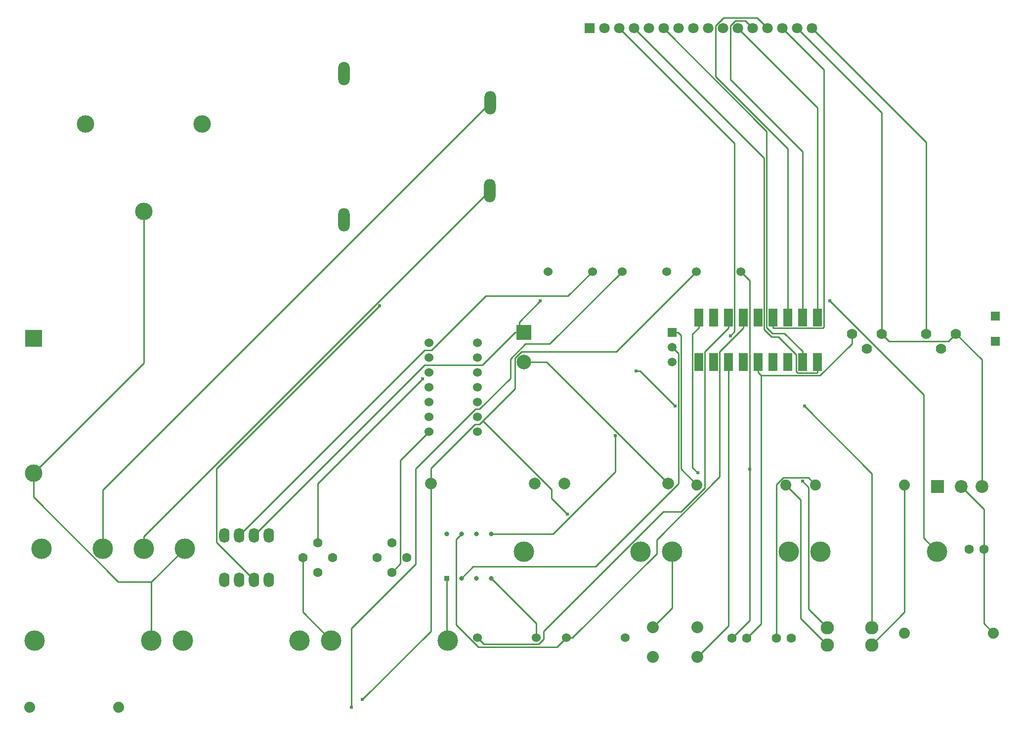
<source format=gbl>
G04 Layer: BottomLayer*
G04 EasyEDA v6.5.37, 2023-12-04 20:02:08*
G04 2e98f3c38e0144009ebeba7f84222000,10*
G04 Gerber Generator version 0.2*
G04 Scale: 100 percent, Rotated: No, Reflected: No *
G04 Dimensions in millimeters *
G04 leading zeros omitted , absolute positions ,4 integer and 5 decimal *
%FSLAX45Y45*%
%MOMM*%

%ADD10C,0.2540*%
%ADD11R,3.0000X3.0000*%
%ADD12C,3.0000*%
%ADD13C,1.5240*%
%ADD14C,1.6000*%
%ADD15C,2.2860*%
%ADD16C,3.5000*%
%ADD17C,2.0000*%
%ADD18C,1.8000*%
%ADD19R,1.8000X1.8000*%
%ADD20C,1.7780*%
%ADD21C,1.8796*%
%ADD22C,2.0320*%
%ADD23O,1.9999959999999999X3.9999919999999998*%
%ADD24R,1.5240X3.0480*%
%ADD25R,2.2000X2.2000*%
%ADD26C,2.2000*%
%ADD27R,0.8382X0.8382*%
%ADD28C,0.8382*%
%ADD29R,1.5080X1.5080*%
%ADD30C,1.5080*%
%ADD31R,2.4999X2.4999*%
%ADD32C,2.4999*%
%ADD33O,1.778X2.54*%
%ADD34R,1.5240X1.5240*%
%ADD35C,0.6096*%
%ADD36C,0.0144*%

%LPD*%
D10*
X12814302Y-2527302D02*
G01*
X13011304Y-2330300D01*
X15109243Y-2330300D01*
X16536469Y-903074D01*
X16536469Y1319730D01*
X16421102Y1435097D01*
X13322302Y-1765302D02*
G01*
X14381660Y-1765302D01*
X15447876Y-699086D01*
X15447876Y-84076D01*
X9258302Y-2552702D02*
G01*
X8618273Y-1912673D01*
X8618273Y-649277D01*
X11408920Y2141369D01*
X10349308Y-1917702D02*
G01*
X10349308Y-903150D01*
X12146663Y894204D01*
X9258302Y-1790702D02*
G01*
X12179302Y1130297D01*
X13169343Y1130297D01*
X13728143Y1689097D01*
X13881102Y1689097D02*
G01*
X13804623Y1689097D01*
X13804623Y1689097D02*
G01*
X13728143Y1689097D01*
X13804623Y1689097D02*
G01*
X13804623Y1865119D01*
X14165861Y2226358D01*
X20963384Y-2070102D02*
G01*
X20731025Y-1837743D01*
X20731025Y616938D01*
X19121605Y2226358D01*
X12560302Y-2527302D02*
G01*
X12560302Y-3573020D01*
X12581384Y-3594102D01*
X17386302Y1181021D02*
G01*
X17386302Y-3345182D01*
X16857982Y-3873502D01*
X15518894Y6899501D02*
G01*
X17490594Y4927800D01*
X17490594Y1699181D01*
X17422294Y1630880D01*
X18910302Y1000655D02*
G01*
X18900701Y991054D01*
X18577206Y991054D01*
X18552010Y1016251D01*
X18552010Y1305049D01*
X18242866Y1614192D01*
X18123029Y1614192D01*
X17998569Y1738652D01*
X17998569Y4673826D01*
X15772894Y6899501D01*
X18910302Y1181021D02*
G01*
X18910302Y1000655D01*
X18656302Y1181021D02*
G01*
X18656302Y1361386D01*
X16280894Y6899501D02*
G01*
X18044010Y5136385D01*
X18044010Y1769361D01*
X18140276Y1673095D01*
X18344593Y1673095D01*
X18656302Y1361386D01*
X17550894Y6899501D02*
G01*
X18910302Y5540093D01*
X18910302Y1943021D01*
X17804894Y6899501D02*
G01*
X17678224Y7026170D01*
X17507841Y7026170D01*
X17423894Y6942223D01*
X17423894Y6021372D01*
X18656302Y4788964D01*
X18656302Y1943021D01*
X18402302Y1943021D02*
G01*
X18402302Y4839713D01*
X17169894Y6072121D01*
X17169894Y6948370D01*
X17300298Y7078774D01*
X17879621Y7078774D01*
X18058894Y6899501D01*
X18312894Y6899501D02*
G01*
X19024424Y6187970D01*
X19024424Y1781426D01*
X19002834Y1759836D01*
X18151121Y1759836D01*
X18148302Y1762655D01*
X18148302Y1943021D02*
G01*
X18148302Y1762655D01*
X13881102Y1181097D02*
G01*
X14270662Y1181097D01*
X16353462Y-901702D01*
X15567662Y2730497D02*
G01*
X14327583Y1490418D01*
X13910134Y1490418D01*
X13652502Y1232786D01*
X13652502Y902942D01*
X13123801Y374241D01*
X13057228Y374241D01*
X12030509Y-652477D01*
X12030509Y-2280820D01*
X10925380Y-3385949D01*
X10925380Y-4737102D01*
X13297308Y4119496D02*
G01*
X7371311Y-1806501D01*
X7371311Y-2019302D01*
X13307316Y5619493D02*
G01*
X6671312Y-1016510D01*
X6671312Y-2019302D01*
X19845301Y-3378202D02*
G01*
X19845301Y-735078D01*
X18688687Y421535D01*
X16477922Y421535D02*
G01*
X15872106Y1027351D01*
X15801190Y1027351D01*
X20406362Y-927102D02*
G01*
X20406362Y-3109241D01*
X19845301Y-3670302D01*
X19083301Y-3378202D02*
G01*
X18760290Y-3055190D01*
X18760290Y-968402D01*
X18654753Y-862865D01*
X16860319Y-716155D02*
G01*
X16774010Y-629846D01*
X16774010Y1658363D01*
X16878302Y1762655D01*
X16878302Y1943021D02*
G01*
X16878302Y1762655D01*
X18374362Y-927102D02*
G01*
X18626990Y-1179730D01*
X18626990Y-3213991D01*
X19083301Y-3670302D01*
X10095308Y-2171702D02*
G01*
X10095308Y-3108022D01*
X10581388Y-3594102D01*
X21729702Y-952502D02*
G01*
X21729702Y1219299D01*
X21285304Y1663697D01*
X21285304Y1663697D02*
G01*
X21157491Y1535884D01*
X20143116Y1535884D01*
X20015304Y1663697D01*
X18566894Y6899501D02*
G01*
X20015304Y5451091D01*
X20015304Y1663697D01*
X16421102Y1689097D02*
G01*
X16524480Y1689097D01*
X18882362Y-927102D02*
G01*
X18759578Y-804318D01*
X18324146Y-804318D01*
X18211294Y-917171D01*
X18211294Y-3556002D01*
X16850362Y-927102D02*
G01*
X16577236Y-653976D01*
X16577236Y1636341D01*
X16524480Y1689097D01*
X9004302Y-1790702D02*
G01*
X12179302Y1384297D01*
X12300409Y1384297D01*
X13227433Y2311321D01*
X14640486Y2311321D01*
X15059662Y2730497D01*
X17449294Y-3556002D02*
G01*
X17755745Y-3249551D01*
X17755745Y-655246D01*
X17755745Y-655246D02*
G01*
X17755745Y2574414D01*
X17599662Y2730497D01*
X11117963Y-4605835D02*
G01*
X12289462Y-3434336D01*
X12289462Y-901702D01*
X13176709Y171345D02*
G01*
X14354202Y-1006172D01*
X14354202Y-1154584D01*
X14629996Y-1430378D01*
X12289462Y-901702D02*
G01*
X12289462Y-645187D01*
X13048947Y114297D01*
X13119661Y114297D01*
X13176709Y171345D01*
X13176709Y171345D02*
G01*
X13728042Y722678D01*
X13728042Y1244470D01*
X13839827Y1356255D01*
X15463420Y1356255D01*
X16837662Y2730497D01*
X12814302Y-1765302D02*
G01*
X12722303Y-1857301D01*
X12722303Y-3327453D01*
X13103557Y-3708707D01*
X14454710Y-3708707D01*
X14615314Y-3548103D01*
X14615314Y-3548103D02*
G01*
X14714374Y-3548103D01*
X16156739Y-2105738D01*
X16156739Y-1867004D01*
X17236594Y-787148D01*
X17236594Y1358948D01*
X17640302Y1762655D01*
X17640302Y1943021D02*
G01*
X17640302Y1762655D01*
X13091314Y-3548103D02*
G01*
X13199849Y-3656637D01*
X14136601Y-3656637D01*
X14222478Y-3570759D01*
X14222478Y-3434971D01*
X16266949Y-1390500D01*
X16575559Y-1390500D01*
X16982594Y-983465D01*
X16982594Y1358948D01*
X17386302Y1762655D01*
X17386302Y1943021D02*
G01*
X17386302Y1762655D01*
X12260582Y-12702D02*
G01*
X11765206Y-508078D01*
X11765206Y-2279804D01*
X11619308Y-2425702D01*
X13322302Y-2527302D02*
G01*
X14091312Y-3296312D01*
X14091312Y-3548103D01*
X16423388Y-2070102D02*
G01*
X16423388Y-3038096D01*
X16095982Y-3365502D01*
X21930362Y-3467102D02*
G01*
X21763230Y-3299970D01*
X21763230Y-2032002D01*
X17894302Y1181021D02*
G01*
X17894302Y1000655D01*
X18820894Y6899501D02*
G01*
X20777304Y4943091D01*
X20777304Y1663697D01*
X7501384Y-3594102D02*
G01*
X7501384Y-2589227D01*
X7501384Y-2589227D02*
G01*
X8071309Y-2019302D01*
X21374102Y-952502D02*
G01*
X21763230Y-1341630D01*
X21763230Y-2032002D01*
X17699230Y-3556002D02*
G01*
X17948963Y-3306269D01*
X17948963Y945995D01*
X19507304Y1663697D02*
G01*
X19507304Y1494304D01*
X18958994Y945995D01*
X17948963Y945995D01*
X17948963Y945995D02*
G01*
X17894302Y1000655D01*
X7501384Y-2589227D02*
G01*
X6935294Y-2589227D01*
X5481449Y-1135382D01*
X5481449Y-723902D01*
X5481449Y-723902D02*
G01*
X7369050Y1163698D01*
X7369050Y3762499D01*
D11*
G01*
X5481459Y1587500D03*
D12*
G01*
X5481459Y-723900D03*
D13*
G01*
X13091312Y-3548100D03*
G01*
X14091310Y-3548100D03*
G01*
X14615312Y-3548100D03*
G01*
X15615310Y-3548100D03*
D14*
G01*
X21763222Y-2032000D03*
G01*
X21513286Y-2032000D03*
G01*
X17699222Y-3556000D03*
G01*
X17449286Y-3556000D03*
G01*
X18461222Y-3556000D03*
G01*
X18211286Y-3556000D03*
D15*
G01*
X19083299Y-3670300D03*
G01*
X19083299Y-3378200D03*
G01*
X19845299Y-3670300D03*
G01*
X19845299Y-3378200D03*
D16*
G01*
X5621299Y-2019300D03*
G01*
X6671309Y-2019300D03*
G01*
X7371308Y-2019300D03*
G01*
X8071307Y-2019300D03*
D13*
G01*
X14297657Y2730500D03*
G01*
X15059657Y2730500D03*
G01*
X15567657Y2730500D03*
G01*
X16329657Y2730500D03*
G01*
X16837657Y2730500D03*
G01*
X17599657Y2730500D03*
D17*
G01*
X12289459Y-901700D03*
G01*
X14067459Y-901700D03*
G01*
X14575459Y-901700D03*
G01*
X16353459Y-901700D03*
D12*
G01*
X6371081Y5261355D03*
G01*
X8371077Y5261355D03*
G01*
X7369047Y3762502D03*
D18*
G01*
X18820891Y6899503D03*
G01*
X18566891Y6899503D03*
G01*
X18312891Y6899503D03*
G01*
X18058891Y6899503D03*
G01*
X17804891Y6899503D03*
G01*
X17550891Y6899503D03*
G01*
X17296891Y6899503D03*
G01*
X17042891Y6899503D03*
G01*
X16788891Y6899503D03*
G01*
X16534891Y6899503D03*
G01*
X16280891Y6899503D03*
G01*
X16026891Y6899503D03*
G01*
X15772891Y6899503D03*
G01*
X15518891Y6899503D03*
G01*
X15264891Y6899503D03*
D19*
G01*
X15010891Y6899503D03*
D20*
G01*
X19761299Y1409700D03*
G01*
X20015299Y1663700D03*
G01*
X19507299Y1663700D03*
G01*
X21031299Y1409700D03*
G01*
X21285299Y1663700D03*
G01*
X20777299Y1663700D03*
D21*
G01*
X16850359Y-927100D03*
G01*
X18374359Y-927100D03*
G01*
X18882359Y-927100D03*
G01*
X20406359Y-927100D03*
G01*
X20406359Y-3467100D03*
G01*
X21930359Y-3467100D03*
G01*
X5420359Y-4737100D03*
G01*
X6944359Y-4737100D03*
D16*
G01*
X5501386Y-3594100D03*
G01*
X7501381Y-3594100D03*
G01*
X8041386Y-3594100D03*
G01*
X10041381Y-3594100D03*
G01*
X10581386Y-3594100D03*
G01*
X12581381Y-3594100D03*
G01*
X13883386Y-2070100D03*
G01*
X15883381Y-2070100D03*
G01*
X16423386Y-2070100D03*
G01*
X18423381Y-2070100D03*
G01*
X18963386Y-2070100D03*
G01*
X20963381Y-2070100D03*
D22*
G01*
X16095979Y-3365500D03*
G01*
X16857979Y-3365500D03*
G01*
X16857979Y-3873500D03*
G01*
X16095979Y-3873500D03*
D23*
G01*
X10797313Y3619500D03*
G01*
X10797313Y6119495D03*
G01*
X13307316Y5619495D03*
G01*
X13297308Y4119498D03*
D14*
G01*
X10349303Y-2425700D03*
G01*
X10095303Y-2171700D03*
G01*
X10349303Y-1917700D03*
G01*
X10603303Y-2171700D03*
G01*
X11619303Y-2425700D03*
G01*
X11365303Y-2171700D03*
G01*
X11619303Y-1917700D03*
G01*
X11873303Y-2171700D03*
D24*
G01*
X16878300Y1943023D03*
G01*
X17132300Y1943023D03*
G01*
X17386300Y1943023D03*
G01*
X17640300Y1943023D03*
G01*
X17894300Y1943023D03*
G01*
X18148300Y1943023D03*
G01*
X18402300Y1943023D03*
G01*
X18656300Y1943023D03*
G01*
X18910300Y1943023D03*
G01*
X18910300Y1181023D03*
G01*
X18656300Y1181023D03*
G01*
X18402300Y1181023D03*
G01*
X18148300Y1181023D03*
G01*
X17894300Y1181023D03*
G01*
X17640300Y1181023D03*
G01*
X17386300Y1181023D03*
G01*
X17132300Y1181023D03*
G01*
X16878300Y1181023D03*
D25*
G01*
X20967700Y-952500D03*
D26*
G01*
X21374100Y-952500D03*
G01*
X21729700Y-952500D03*
D27*
G01*
X12560300Y-2527300D03*
D28*
G01*
X12814300Y-2527300D03*
G01*
X13068300Y-2527300D03*
G01*
X13322300Y-2527300D03*
G01*
X13068300Y-1765300D03*
G01*
X12814300Y-1765300D03*
G01*
X12560300Y-1765300D03*
G01*
X13322300Y-1765300D03*
D29*
G01*
X16421100Y1689100D03*
D30*
G01*
X16421100Y1435100D03*
G01*
X16421100Y1181100D03*
D31*
G01*
X13881100Y1689100D03*
D32*
G01*
X13881100Y1181100D03*
D13*
G01*
X12260579Y1511300D03*
G01*
X12260579Y1257300D03*
G01*
X12260579Y1003300D03*
G01*
X12260579Y749300D03*
G01*
X12260579Y495300D03*
G01*
X12260579Y241300D03*
G01*
X12260579Y-12700D03*
G01*
X13086079Y1511300D03*
G01*
X13086079Y1257300D03*
G01*
X13086079Y1003300D03*
G01*
X13086079Y749300D03*
G01*
X13086079Y495300D03*
G01*
X13086079Y241300D03*
G01*
X13086079Y-12700D03*
D33*
G01*
X8750300Y-2552700D03*
G01*
X9004300Y-2552700D03*
G01*
X9004300Y-1790700D03*
G01*
X8750300Y-1790700D03*
G01*
X9258300Y-2552700D03*
G01*
X9512300Y-2552700D03*
G01*
X9258300Y-1790700D03*
G01*
X9512300Y-1790700D03*
D34*
G01*
X21958300Y1536700D03*
G01*
X21958300Y1968500D03*
D35*
G01*
X14629996Y-1430378D03*
G01*
X11117963Y-4605835D03*
G01*
X17755745Y-655246D03*
G01*
X16860319Y-716155D03*
G01*
X18654753Y-862865D03*
G01*
X18688687Y421535D03*
G01*
X16477922Y421535D03*
G01*
X15801190Y1027351D03*
G01*
X10925380Y-4737102D03*
G01*
X17422294Y1630880D03*
G01*
X19121605Y2226358D03*
G01*
X14165861Y2226358D03*
G01*
X12146663Y894204D03*
G01*
X11408920Y2141369D03*
G01*
X15447876Y-84076D03*
M02*

</source>
